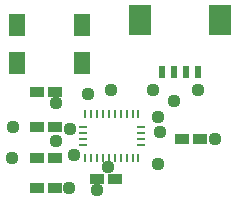
<source format=gts>
G04 This is an RS-274x file exported by *
G04 gerbv version 2.6.1 *
G04 More information is available about gerbv at *
G04 http://gerbv.geda-project.org/ *
G04 --End of header info--*
%MOIN*%
%FSLAX34Y34*%
%IPPOS*%
G04 --Define apertures--*
%ADD10C,0.0440*%
%ADD11R,0.0532X0.0768*%
%ADD12R,0.0460X0.0360*%
%ADD13R,0.0300X0.0102*%
%ADD14R,0.0102X0.0300*%
%ADD15R,0.0736X0.1012*%
%ADD16R,0.0236X0.0413*%
%ADD17C,0.0230*%
G04 --Start main section--*
G54D10*
G01X-011712Y-013203D03*
G01X-011703Y-012185D03*
G01X-010239Y-012638D03*
G01X-010241Y-011389D03*
G01X-009833Y-014212D03*
G01X-009665Y-013100D03*
G01X-009787Y-012243D03*
G01X-009187Y-011087D03*
G01X-008896Y-014260D03*
G01X-008529Y-013512D03*
G01X-008420Y-010930D03*
G01X-006840Y-013396D03*
G01X-006799Y-012349D03*
G01X-006841Y-011842D03*
G01X-006324Y-011311D03*
G01X-007012Y-010943D03*
G01X-005536Y-010933D03*
G01X-004939Y-012565D03*
G54D11*
G01X-011563Y-010038D03*
G01X-011563Y-008778D03*
G01X-009397Y-010038D03*
G01X-009397Y-008778D03*
G54D12*
G01X-010301Y-014212D03*
G01X-010901Y-014212D03*
G01X-010301Y-013203D03*
G01X-010901Y-013203D03*
G01X-010301Y-012185D03*
G01X-010901Y-012185D03*
G01X-010301Y-010996D03*
G01X-010901Y-010996D03*
G01X-008296Y-013893D03*
G01X-008896Y-013893D03*
G01X-006050Y-012565D03*
G01X-005450Y-012565D03*
G54D13*
G01X-009357Y-012765D03*
G01X-009357Y-012568D03*
G01X-009357Y-012372D03*
G01X-009357Y-012175D03*
G01X-007427Y-012765D03*
G01X-007427Y-012568D03*
G01X-007427Y-012372D03*
G01X-007427Y-012175D03*
G54D14*
G01X-008490Y-013203D03*
G01X-008687Y-013203D03*
G01X-008884Y-013203D03*
G01X-009081Y-013203D03*
G01X-009278Y-013203D03*
G01X-008490Y-011737D03*
G01X-008687Y-011737D03*
G01X-008884Y-011737D03*
G01X-009081Y-011737D03*
G01X-009278Y-011737D03*
G01X-007516Y-013203D03*
G01X-007703Y-013203D03*
G01X-007900Y-013203D03*
G01X-008097Y-013203D03*
G01X-008294Y-013203D03*
G01X-007506Y-011737D03*
G01X-007703Y-011737D03*
G01X-007900Y-011737D03*
G01X-008097Y-011737D03*
G01X-008294Y-011737D03*
G54D15*
G01X-007460Y-008600D03*
G01X-004794Y-008600D03*
G54D16*
G01X-006718Y-010352D03*
G01X-005536Y-010352D03*
G01X-005930Y-010352D03*
G01X-006324Y-010352D03*
M02*

</source>
